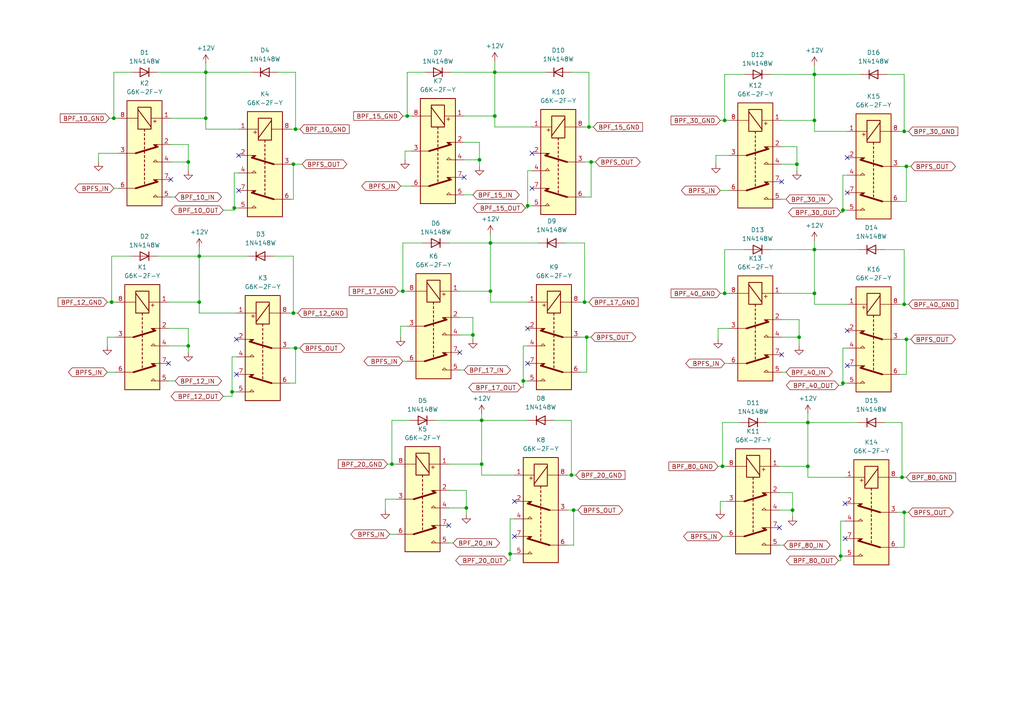
<source format=kicad_sch>
(kicad_sch (version 20230121) (generator eeschema)
  (paper "A4")
  (title_block (title "HBR/MK2 BPF Board") (date "2024-02-03") (rev "1.0"))
  (lib_symbols
    (symbol "Diode:1N4148W" (pin_numbers hide) (pin_names hide)
      (property "Reference" "D" (at 0 2.54 0))
      (property "Value" "1N4148W" (at 0 -2.54 0))
      (symbol "1N4148W_0_1"
        (polyline (pts (xy -1.27 1.27) (xy -1.27 -1.27)) (stroke (width 0.254)))
        (polyline (pts (xy 1.27 0) (xy -1.27 0)))
        (polyline (pts (xy 1.27 1.27) (xy 1.27 -1.27) (xy -1.27 0) (xy 1.27 1.27)) (stroke (width 0.254)))
      )
      (symbol "1N4148W_1_1"
        (pin passive line (at -3.81 0 0) (length 2.54) (name "K") (number "1"))
        (pin passive line (at 3.81 0 180) (length 2.54) (name "A") (number "2"))
      )
    )
    (symbol "Relay:G6K-2"
      (property "Reference" "K" (at 16.51 3.81 0))
      (property "Value" "G6K-2" (at 16.51 1.27 0))
      (symbol "G6K-2_0_0"
        (text "+" (at -9.271 2.921 0) (effects (font (size 1.27 1.27))))
      )
      (symbol "G6K-2_0_1"
        (rectangle (start -15.24 5.08) (end 15.24 -5.08) (stroke (width 0.254)) (fill (type background)))
        (rectangle (start -13.335 1.905) (end -6.985 -1.905) (stroke (width 0.254)))
        (polyline (pts (xy -12.7 -1.905) (xy -7.62 1.905)) (stroke (width 0.254)))
        (polyline (pts (xy -10.16 -5.08) (xy -10.16 -1.905)))
        (polyline (pts (xy -10.16 5.08) (xy -10.16 1.905)))
        (polyline (pts (xy -6.985 0) (xy -6.35 0)) (stroke (width 0.254)))
        (polyline (pts (xy -5.715 0) (xy -5.08 0)) (stroke (width 0.254)))
        (polyline (pts (xy -4.445 0) (xy -3.81 0)) (stroke (width 0.254)))
        (polyline (pts (xy -3.175 0) (xy -2.54 0)) (stroke (width 0.254)))
        (polyline (pts (xy -1.905 0) (xy -1.27 0)) (stroke (width 0.254)))
        (polyline (pts (xy -0.635 0) (xy 0 0)) (stroke (width 0.254)))
        (polyline (pts (xy 0 -2.54) (xy -1.905 3.81)) (stroke (width 0.508)))
        (polyline (pts (xy 0 -2.54) (xy 0 -5.08)))
        (polyline (pts (xy 0.635 0) (xy 1.27 0)) (stroke (width 0.254)))
        (polyline (pts (xy 1.905 0) (xy 2.54 0)) (stroke (width 0.254)))
        (polyline (pts (xy 3.175 0) (xy 3.81 0)) (stroke (width 0.254)))
        (polyline (pts (xy 4.445 0) (xy 5.08 0)) (stroke (width 0.254)))
        (polyline (pts (xy 5.715 0) (xy 6.35 0)) (stroke (width 0.254)))
        (polyline (pts (xy 6.985 0) (xy 7.62 0)) (stroke (width 0.254)))
        (polyline (pts (xy 8.255 0) (xy 8.89 0)) (stroke (width 0.254)))
        (polyline (pts (xy 10.16 -2.54) (xy 8.255 3.81)) (stroke (width 0.508)))
        (polyline (pts (xy 10.16 -2.54) (xy 10.16 -5.08)))
        (polyline (pts (xy -2.54 5.08) (xy -2.54 2.54) (xy -1.905 3.175) (xy -2.54 3.81)) (fill (type outline)))
        (polyline (pts (xy 2.54 5.08) (xy 2.54 2.54) (xy 1.905 3.175) (xy 2.54 3.81)))
        (polyline (pts (xy 7.62 5.08) (xy 7.62 2.54) (xy 8.255 3.175) (xy 7.62 3.81)) (fill (type outline)))
        (polyline (pts (xy 12.7 5.08) (xy 12.7 2.54) (xy 12.065 3.175) (xy 12.7 3.81)))
      )
      (symbol "G6K-2_1_1"
        (pin passive line (at -10.16 7.62 270) (length 2.54) (name "~") (number "1"))
        (pin passive line (at -2.54 7.62 270) (length 2.54) (name "~") (number "2"))
        (pin passive line (at 0 -7.62 90) (length 2.54) (name "~") (number "3"))
        (pin passive line (at 2.54 7.62 270) (length 2.54) (name "~") (number "4"))
        (pin passive line (at 12.7 7.62 270) (length 2.54) (name "~") (number "5"))
        (pin passive line (at 10.16 -7.62 90) (length 2.54) (name "~") (number "6"))
        (pin passive line (at 7.62 7.62 270) (length 2.54) (name "~") (number "7"))
        (pin passive line (at -10.16 -7.62 90) (length 2.54) (name "~") (number "8"))
      )
    )
    (symbol "power:+12V" (power) (pin_names (offset 0))
      (property "Value" "+12V" (at 0 3.556 0))
      (symbol "+12V_0_1"
        (polyline (pts (xy -0.762 1.27) (xy 0 2.54)))
        (polyline (pts (xy 0 0) (xy 0 2.54)))
        (polyline (pts (xy 0 2.54) (xy 0.762 1.27)))
      )
      (symbol "+12V_1_1"
        (pin power_in line (at 0 0 90) (length 0) hide (name "+12V") (number "1"))
      )
    )
    (symbol "power:GND" (power) (pin_names (offset 0))
      (property "Value" "GND" (at 0 -3.81 0))
      (symbol "GND_0_1"
        (polyline (pts (xy 0 0) (xy 0 -1.27) (xy 1.27 -1.27) (xy 0 -2.54) (xy -1.27 -1.27) (xy 0 -1.27)))
      )
      (symbol "GND_1_1"
        (pin power_in line (at 0 0 270) (length 0) hide (name "GND") (number "1"))
      )
    )
  )
  (junction (at 231.14 47.625))
  (junction (at 243.84 161.29))
  (junction (at 142.24 84.455))
  (junction (at 170.815 36.83))
  (junction (at 262.255 88.265))
  (junction (at 113.665 134.62))
  (junction (at 236.22 72.39))
  (junction (at 139.7 134.62))
  (junction (at 85.725 100.965))
  (junction (at 143.51 20.955))
  (junction (at 262.255 148.59))
  (junction (at 153.035 59.69))
  (junction (at 139.065 46.355))
  (junction (at 137.16 97.155))
  (junction (at 229.87 147.955))
  (junction (at 116.84 84.455))
  (junction (at 57.785 74.295))
  (junction (at 142.24 70.485))
  (junction (at 262.89 98.425))
  (junction (at 170.18 97.79))
  (junction (at 234.315 135.255))
  (junction (at 54.61 100.33))
  (junction (at 67.945 60.325))
  (junction (at 85.09 47.625))
  (junction (at 166.37 147.955))
  (junction (at 54.61 46.99))
  (junction (at 234.315 122.555))
  (junction (at 59.69 20.955))
  (junction (at 262.89 48.26))
  (junction (at 118.11 33.655))
  (junction (at 165.735 137.795))
  (junction (at 261.62 138.43))
  (junction (at 262.255 38.1))
  (junction (at 151.765 110.49))
  (junction (at 32.385 87.63))
  (junction (at 236.22 85.09))
  (junction (at 85.09 90.805))
  (junction (at 244.475 60.96))
  (junction (at 33.02 34.29))
  (junction (at 171.45 46.99))
  (junction (at 169.545 87.63))
  (junction (at 143.51 33.655))
  (junction (at 244.475 111.125))
  (junction (at 231.775 97.79))
  (junction (at 209.55 135.255))
  (junction (at 67.31 113.665))
  (junction (at 147.955 160.655))
  (junction (at 135.255 147.32))
  (junction (at 57.785 87.63))
  (junction (at 236.22 34.925))
  (junction (at 139.7 121.92))
  (junction (at 236.22 21.59))
  (junction (at 59.69 34.29))
  (junction (at 210.185 34.925))
  (junction (at 85.725 37.465))
  (junction (at 210.185 85.09))
  (no_connect (at 133.35 102.235))
  (no_connect (at 68.58 108.585))
  (no_connect (at 134.62 51.435))
  (no_connect (at 226.695 102.87))
  (no_connect (at 154.305 44.45))
  (no_connect (at 245.745 55.88))
  (no_connect (at 69.215 55.245))
  (no_connect (at 245.745 106.045))
  (no_connect (at 226.06 153.035))
  (no_connect (at 153.035 105.41))
  (no_connect (at 130.175 152.4))
  (no_connect (at 153.035 95.25))
  (no_connect (at 154.305 54.61))
  (no_connect (at 69.215 45.085))
  (no_connect (at 149.225 155.575))
  (no_connect (at 245.11 156.21))
  (no_connect (at 226.695 52.705))
  (no_connect (at 149.225 145.415))
  (no_connect (at 245.745 45.72))
  (no_connect (at 68.58 98.425))
  (no_connect (at 245.745 95.885))
  (no_connect (at 245.11 146.05))
  (no_connect (at 49.53 52.07))
  (no_connect (at 48.895 105.41))
  (wire (pts (xy 234.315 138.43) (xy 245.11 138.43)))
  (wire (pts (xy 229.87 149.86) (xy 229.87 147.955)))
  (wire (pts (xy 143.51 33.655) (xy 143.51 36.83)))
  (wire (pts (xy 263.525 148.59) (xy 262.255 148.59)))
  (wire (pts (xy 139.7 121.92) (xy 153.035 121.92)))
  (wire (pts (xy 169.545 87.63) (xy 168.275 87.63)))
  (wire (pts (xy 229.87 142.875) (xy 226.06 142.875)))
  (wire (pts (xy 134.62 56.515) (xy 137.16 56.515)))
  (wire (pts (xy 28.575 46.99) (xy 28.575 44.45)))
  (wire (pts (xy 261.62 138.43) (xy 260.35 138.43)))
  (wire (pts (xy 226.06 147.955) (xy 229.87 147.955)))
  (wire (pts (xy 54.61 49.53) (xy 54.61 46.99)))
  (wire (pts (xy 264.16 48.26) (xy 262.89 48.26)))
  (wire (pts (xy 164.465 158.115) (xy 166.37 158.115)))
  (wire (pts (xy 57.785 74.295) (xy 57.785 87.63)))
  (wire (pts (xy 147.955 160.655) (xy 147.955 162.56)))
  (wire (pts (xy 231.775 100.33) (xy 231.775 97.79)))
  (wire (pts (xy 118.11 20.955) (xy 118.11 33.655)))
  (wire (pts (xy 262.89 108.585) (xy 262.89 98.425)))
  (wire (pts (xy 116.84 70.485) (xy 116.84 84.455)))
  (wire (pts (xy 226.695 107.95) (xy 227.965 107.95)))
  (wire (pts (xy 86.995 37.465) (xy 85.725 37.465)))
  (wire (pts (xy 245.745 111.125) (xy 244.475 111.125)))
  (wire (pts (xy 135.255 149.225) (xy 135.255 147.32)))
  (wire (pts (xy 57.785 90.805) (xy 68.58 90.805)))
  (wire (pts (xy 226.06 135.255) (xy 234.315 135.255)))
  (wire (pts (xy 33.02 34.29) (xy 34.29 34.29)))
  (wire (pts (xy 85.725 20.955) (xy 85.725 37.465)))
  (wire (pts (xy 215.9 21.59) (xy 210.185 21.59)))
  (wire (pts (xy 48.895 87.63) (xy 57.785 87.63)))
  (wire (pts (xy 245.11 161.29) (xy 243.84 161.29)))
  (wire (pts (xy 264.16 98.425) (xy 262.89 98.425)))
  (wire (pts (xy 147.32 162.56) (xy 147.955 162.56)))
  (wire (pts (xy 231.775 92.71) (xy 226.695 92.71)))
  (wire (pts (xy 139.065 46.355) (xy 139.065 48.26)))
  (wire (pts (xy 151.765 100.33) (xy 153.035 100.33)))
  (wire (pts (xy 87.63 47.625) (xy 85.09 47.625)))
  (wire (pts (xy 28.575 44.45) (xy 34.29 44.45)))
  (wire (pts (xy 49.53 57.15) (xy 50.8 57.15)))
  (wire (pts (xy 113.665 134.62) (xy 114.935 134.62)))
  (wire (pts (xy 83.82 111.125) (xy 85.725 111.125)))
  (wire (pts (xy 262.89 138.43) (xy 261.62 138.43)))
  (wire (pts (xy 69.215 60.325) (xy 67.945 60.325)))
  (wire (pts (xy 114.935 154.94) (xy 113.03 154.94)))
  (wire (pts (xy 85.09 47.625) (xy 84.455 47.625)))
  (wire (pts (xy 143.51 17.78) (xy 143.51 20.955)))
  (wire (pts (xy 137.16 97.155) (xy 137.16 92.075)))
  (wire (pts (xy 211.455 95.25) (xy 208.28 95.25)))
  (wire (pts (xy 245.745 50.8) (xy 244.475 50.8)))
  (wire (pts (xy 210.82 155.575) (xy 209.55 155.575)))
  (wire (pts (xy 166.37 158.115) (xy 166.37 147.955)))
  (wire (pts (xy 139.7 137.795) (xy 149.225 137.795)))
  (wire (pts (xy 170.815 87.63) (xy 169.545 87.63)))
  (wire (pts (xy 134.62 41.275) (xy 139.065 41.275)))
  (wire (pts (xy 170.18 97.79) (xy 170.18 107.95)))
  (wire (pts (xy 262.255 158.75) (xy 262.255 148.59)))
  (wire (pts (xy 262.255 88.265) (xy 260.985 88.265)))
  (wire (pts (xy 257.175 21.59) (xy 262.255 21.59)))
  (wire (pts (xy 171.45 97.79) (xy 170.18 97.79)))
  (wire (pts (xy 67.945 60.325) (xy 67.945 50.165)))
  (wire (pts (xy 163.83 70.485) (xy 169.545 70.485)))
  (wire (pts (xy 112.395 134.62) (xy 113.665 134.62)))
  (wire (pts (xy 133.35 107.315) (xy 134.62 107.315)))
  (wire (pts (xy 223.52 72.39) (xy 236.22 72.39)))
  (wire (pts (xy 234.315 138.43) (xy 234.315 135.255)))
  (wire (pts (xy 113.665 121.92) (xy 113.665 134.62)))
  (wire (pts (xy 139.065 41.275) (xy 139.065 46.355)))
  (wire (pts (xy 117.475 43.815) (xy 119.38 43.815)))
  (wire (pts (xy 142.24 67.945) (xy 142.24 70.485)))
  (wire (pts (xy 137.16 92.075) (xy 133.35 92.075)))
  (wire (pts (xy 171.45 46.99) (xy 171.45 57.15)))
  (wire (pts (xy 261.62 122.555) (xy 261.62 138.43)))
  (wire (pts (xy 208.915 55.245) (xy 211.455 55.245)))
  (wire (pts (xy 262.89 98.425) (xy 260.985 98.425)))
  (wire (pts (xy 122.555 70.485) (xy 116.84 70.485)))
  (wire (pts (xy 59.69 20.955) (xy 59.69 34.29)))
  (wire (pts (xy 226.695 57.785) (xy 227.965 57.785)))
  (wire (pts (xy 135.255 147.32) (xy 135.255 142.24)))
  (wire (pts (xy 207.645 45.085) (xy 211.455 45.085)))
  (wire (pts (xy 79.375 74.295) (xy 85.09 74.295)))
  (wire (pts (xy 133.35 84.455) (xy 142.24 84.455)))
  (wire (pts (xy 45.72 74.295) (xy 57.785 74.295)))
  (wire (pts (xy 260.985 58.42) (xy 262.89 58.42)))
  (wire (pts (xy 118.745 121.92) (xy 113.665 121.92)))
  (wire (pts (xy 214.63 122.555) (xy 209.55 122.555)))
  (wire (pts (xy 209.55 122.555) (xy 209.55 135.255)))
  (wire (pts (xy 208.915 34.925) (xy 210.185 34.925)))
  (wire (pts (xy 249.555 21.59) (xy 236.22 21.59)))
  (wire (pts (xy 85.09 47.625) (xy 85.09 57.785)))
  (wire (pts (xy 135.255 142.24) (xy 130.175 142.24)))
  (wire (pts (xy 231.14 42.545) (xy 226.695 42.545)))
  (wire (pts (xy 244.475 60.96) (xy 244.475 50.8)))
  (wire (pts (xy 45.72 20.955) (xy 59.69 20.955)))
  (wire (pts (xy 209.55 135.255) (xy 210.82 135.255)))
  (wire (pts (xy 222.25 122.555) (xy 234.315 122.555)))
  (wire (pts (xy 142.24 70.485) (xy 156.21 70.485)))
  (wire (pts (xy 38.1 74.295) (xy 32.385 74.295)))
  (wire (pts (xy 170.815 20.955) (xy 170.815 36.83)))
  (wire (pts (xy 130.175 70.485) (xy 142.24 70.485)))
  (wire (pts (xy 80.645 20.955) (xy 85.725 20.955)))
  (wire (pts (xy 130.175 134.62) (xy 139.7 134.62)))
  (wire (pts (xy 117.475 46.355) (xy 117.475 43.815)))
  (wire (pts (xy 245.745 60.96) (xy 244.475 60.96)))
  (wire (pts (xy 154.305 59.69) (xy 153.035 59.69)))
  (wire (pts (xy 210.185 34.925) (xy 211.455 34.925)))
  (wire (pts (xy 243.205 111.76) (xy 244.475 111.76)))
  (wire (pts (xy 64.77 114.935) (xy 67.31 114.935)))
  (wire (pts (xy 49.53 34.29) (xy 59.69 34.29)))
  (wire (pts (xy 170.18 97.79) (xy 168.275 97.79)))
  (wire (pts (xy 236.22 38.1) (xy 245.745 38.1)))
  (wire (pts (xy 154.305 36.83) (xy 143.51 36.83)))
  (wire (pts (xy 142.24 70.485) (xy 142.24 84.455)))
  (wire (pts (xy 231.14 47.625) (xy 231.14 49.53)))
  (wire (pts (xy 208.28 135.255) (xy 209.55 135.255)))
  (wire (pts (xy 130.175 157.48) (xy 131.445 157.48)))
  (wire (pts (xy 143.51 20.955) (xy 158.115 20.955)))
  (wire (pts (xy 142.24 87.63) (xy 153.035 87.63)))
  (wire (pts (xy 142.24 87.63) (xy 142.24 84.455)))
  (wire (pts (xy 116.205 97.79) (xy 116.205 94.615)))
  (wire (pts (xy 48.895 95.25) (xy 54.61 95.25)))
  (wire (pts (xy 111.76 144.78) (xy 114.935 144.78)))
  (wire (pts (xy 134.62 46.355) (xy 139.065 46.355)))
  (wire (pts (xy 226.695 97.79) (xy 231.775 97.79)))
  (wire (pts (xy 223.52 21.59) (xy 236.22 21.59)))
  (wire (pts (xy 152.4 60.325) (xy 153.035 60.325)))
  (wire (pts (xy 86.995 100.965) (xy 85.725 100.965)))
  (wire (pts (xy 130.81 20.955) (xy 143.51 20.955)))
  (wire (pts (xy 31.115 97.79) (xy 33.655 97.79)))
  (wire (pts (xy 151.13 112.395) (xy 151.765 112.395)))
  (wire (pts (xy 231.775 97.79) (xy 231.775 92.71)))
  (wire (pts (xy 226.695 34.925) (xy 236.22 34.925)))
  (wire (pts (xy 57.785 74.295) (xy 71.755 74.295)))
  (wire (pts (xy 34.29 54.61) (xy 33.02 54.61)))
  (wire (pts (xy 143.51 20.955) (xy 143.51 33.655)))
  (wire (pts (xy 111.76 147.955) (xy 111.76 144.78)))
  (wire (pts (xy 234.315 122.555) (xy 248.92 122.555)))
  (wire (pts (xy 85.09 90.805) (xy 83.82 90.805)))
  (wire (pts (xy 262.255 148.59) (xy 260.35 148.59)))
  (wire (pts (xy 151.765 100.33) (xy 151.765 110.49)))
  (wire (pts (xy 49.53 46.99) (xy 54.61 46.99)))
  (wire (pts (xy 211.455 105.41) (xy 210.185 105.41)))
  (wire (pts (xy 59.69 34.29) (xy 59.69 37.465)))
  (wire (pts (xy 85.725 100.965) (xy 83.82 100.965)))
  (wire (pts (xy 236.22 72.39) (xy 248.92 72.39)))
  (wire (pts (xy 226.695 85.09) (xy 236.22 85.09)))
  (wire (pts (xy 32.385 74.295) (xy 32.385 87.63)))
  (wire (pts (xy 236.22 88.265) (xy 245.745 88.265)))
  (wire (pts (xy 236.22 72.39) (xy 236.22 85.09)))
  (wire (pts (xy 139.7 137.795) (xy 139.7 134.62)))
  (wire (pts (xy 172.085 36.83) (xy 170.815 36.83)))
  (wire (pts (xy 48.895 100.33) (xy 54.61 100.33)))
  (wire (pts (xy 68.58 113.665) (xy 67.31 113.665)))
  (wire (pts (xy 171.45 46.99) (xy 169.545 46.99)))
  (wire (pts (xy 67.31 113.665) (xy 67.31 114.935)))
  (wire (pts (xy 169.545 57.15) (xy 171.45 57.15)))
  (wire (pts (xy 153.035 59.69) (xy 153.035 60.325)))
  (wire (pts (xy 86.36 90.805) (xy 85.09 90.805)))
  (wire (pts (xy 210.185 21.59) (xy 210.185 34.925)))
  (wire (pts (xy 236.22 21.59) (xy 236.22 34.925)))
  (wire (pts (xy 166.37 147.955) (xy 164.465 147.955)))
  (wire (pts (xy 118.11 33.655) (xy 119.38 33.655)))
  (wire (pts (xy 208.915 145.415) (xy 208.915 147.955)))
  (wire (pts (xy 167.005 137.795) (xy 165.735 137.795)))
  (wire (pts (xy 33.02 20.955) (xy 33.02 34.29)))
  (wire (pts (xy 31.115 100.33) (xy 31.115 97.79)))
  (wire (pts (xy 244.475 111.76) (xy 244.475 111.125)))
  (wire (pts (xy 256.54 122.555) (xy 261.62 122.555)))
  (wire (pts (xy 59.69 20.955) (xy 73.025 20.955)))
  (wire (pts (xy 38.1 20.955) (xy 33.02 20.955)))
  (wire (pts (xy 67.31 103.505) (xy 67.31 113.665)))
  (wire (pts (xy 172.72 46.99) (xy 171.45 46.99)))
  (wire (pts (xy 57.785 71.755) (xy 57.785 74.295)))
  (wire (pts (xy 236.22 69.85) (xy 236.22 72.39)))
  (wire (pts (xy 165.735 20.955) (xy 170.815 20.955)))
  (wire (pts (xy 85.725 37.465) (xy 84.455 37.465)))
  (wire (pts (xy 169.545 70.485) (xy 169.545 87.63)))
  (wire (pts (xy 243.84 161.29) (xy 243.84 151.13)))
  (wire (pts (xy 153.035 49.53) (xy 153.035 59.69)))
  (wire (pts (xy 243.205 162.56) (xy 243.84 162.56)))
  (wire (pts (xy 115.57 84.455) (xy 116.84 84.455)))
  (wire (pts (xy 85.725 111.125) (xy 85.725 100.965)))
  (wire (pts (xy 126.365 121.92) (xy 139.7 121.92)))
  (wire (pts (xy 231.14 47.625) (xy 231.14 42.545)))
  (wire (pts (xy 123.19 20.955) (xy 118.11 20.955)))
  (wire (pts (xy 226.695 47.625) (xy 231.14 47.625)))
  (wire (pts (xy 137.16 97.155) (xy 137.16 98.425)))
  (wire (pts (xy 208.28 95.25) (xy 208.28 98.425)))
  (wire (pts (xy 170.815 36.83) (xy 169.545 36.83)))
  (wire (pts (xy 84.455 57.785) (xy 85.09 57.785)))
  (wire (pts (xy 263.525 88.265) (xy 262.255 88.265)))
  (wire (pts (xy 243.84 61.595) (xy 244.475 61.595)))
  (wire (pts (xy 153.035 49.53) (xy 154.305 49.53)))
  (wire (pts (xy 118.11 104.775) (xy 116.84 104.775)))
  (wire (pts (xy 31.115 107.95) (xy 33.655 107.95)))
  (wire (pts (xy 54.61 95.25) (xy 54.61 100.33)))
  (wire (pts (xy 54.61 100.33) (xy 54.61 102.235)))
  (wire (pts (xy 139.7 120.015) (xy 139.7 121.92)))
  (wire (pts (xy 244.475 61.595) (xy 244.475 60.96)))
  (wire (pts (xy 210.82 145.415) (xy 208.915 145.415)))
  (wire (pts (xy 244.475 111.125) (xy 244.475 100.965)))
  (wire (pts (xy 226.06 158.115) (xy 227.33 158.115)))
  (wire (pts (xy 160.655 121.92) (xy 165.735 121.92)))
  (wire (pts (xy 207.645 47.625) (xy 207.645 45.085)))
  (wire (pts (xy 208.915 85.09) (xy 210.185 85.09)))
  (wire (pts (xy 165.735 137.795) (xy 164.465 137.795)))
  (wire (pts (xy 54.61 41.91) (xy 49.53 41.91)))
  (wire (pts (xy 236.22 19.05) (xy 236.22 21.59)))
  (wire (pts (xy 134.62 33.655) (xy 143.51 33.655)))
  (wire (pts (xy 32.385 87.63) (xy 33.655 87.63)))
  (wire (pts (xy 168.275 107.95) (xy 170.18 107.95)))
  (wire (pts (xy 48.895 110.49) (xy 50.8 110.49)))
  (wire (pts (xy 262.255 21.59) (xy 262.255 38.1)))
  (wire (pts (xy 151.765 110.49) (xy 151.765 112.395)))
  (wire (pts (xy 260.35 158.75) (xy 262.255 158.75)))
  (wire (pts (xy 263.525 38.1) (xy 262.255 38.1)))
  (wire (pts (xy 262.255 38.1) (xy 260.985 38.1)))
  (wire (pts (xy 262.255 72.39) (xy 256.54 72.39)))
  (wire (pts (xy 31.115 87.63) (xy 32.385 87.63)))
  (wire (pts (xy 153.035 110.49) (xy 151.765 110.49)))
  (wire (pts (xy 167.64 147.955) (xy 166.37 147.955)))
  (wire (pts (xy 68.58 103.505) (xy 67.31 103.505)))
  (wire (pts (xy 229.87 147.955) (xy 229.87 142.875)))
  (wire (pts (xy 210.185 85.09) (xy 211.455 85.09)))
  (wire (pts (xy 67.945 50.165) (xy 69.215 50.165)))
  (wire (pts (xy 243.84 161.29) (xy 243.84 162.56)))
  (wire (pts (xy 130.175 147.32) (xy 135.255 147.32)))
  (wire (pts (xy 262.255 88.265) (xy 262.255 72.39)))
  (wire (pts (xy 31.75 34.29) (xy 33.02 34.29)))
  (wire (pts (xy 133.35 97.155) (xy 137.16 97.155)))
  (wire (pts (xy 262.89 58.42) (xy 262.89 48.26)))
  (wire (pts (xy 234.315 120.015) (xy 234.315 122.555)))
  (wire (pts (xy 116.205 94.615) (xy 118.11 94.615)))
  (wire (pts (xy 262.89 48.26) (xy 260.985 48.26)))
  (wire (pts (xy 245.745 100.965) (xy 244.475 100.965)))
  (wire (pts (xy 236.22 38.1) (xy 236.22 34.925)))
  (wire (pts (xy 59.69 37.465) (xy 69.215 37.465)))
  (wire (pts (xy 210.185 85.09) (xy 210.185 72.39)))
  (wire (pts (xy 149.225 150.495) (xy 147.955 150.495)))
  (wire (pts (xy 234.315 122.555) (xy 234.315 135.255)))
  (wire (pts (xy 64.77 60.96) (xy 67.945 60.96)))
  (wire (pts (xy 165.735 121.92) (xy 165.735 137.795)))
  (wire (pts (xy 57.785 87.63) (xy 57.785 90.805)))
  (wire (pts (xy 59.69 18.415) (xy 59.69 20.955)))
  (wire (pts (xy 116.84 84.455) (xy 118.11 84.455)))
  (wire (pts (xy 116.84 33.655) (xy 118.11 33.655)))
  (wire (pts (xy 139.7 121.92) (xy 139.7 134.62)))
  (wire (pts (xy 245.11 151.13) (xy 243.84 151.13)))
  (wire (pts (xy 236.22 88.265) (xy 236.22 85.09)))
  (wire (pts (xy 67.945 60.96) (xy 67.945 60.325)))
  (wire (pts (xy 85.09 74.295) (xy 85.09 90.805)))
  (wire (pts (xy 210.185 72.39) (xy 215.9 72.39)))
  (wire (pts (xy 260.985 108.585) (xy 262.89 108.585)))
  (wire (pts (xy 54.61 46.99) (xy 54.61 41.91)))
  (wire (pts (xy 149.225 160.655) (xy 147.955 160.655)))
  (wire (pts (xy 147.955 160.655) (xy 147.955 150.495)))
  (wire (pts (xy 116.205 53.975) (xy 119.38 53.975)))
  (global_label "BPF_40_OUT" (shape bidirectional) (at 243.205 111.76 180) (property "Intersheetrefs" "${INTERSHEET_REFS}" (effects hide)))
  (global_label "BPF_30_OUT" (shape bidirectional) (at 243.84 61.595 180) (property "Intersheetrefs" "${INTERSHEET_REFS}" (effects hide)))
  (global_label "BPFS_IN" (shape bidirectional) (at 31.115 107.95 180) (property "Intersheetrefs" "${INTERSHEET_REFS}" (effects hide)))
  (global_label "BPFS_IN" (shape bidirectional) (at 209.55 155.575 180) (property "Intersheetrefs" "${INTERSHEET_REFS}" (effects hide)))
  (global_label "BPF_17_GND" (shape input) (at 170.815 87.63 0) (property "Intersheetrefs" "${INTERSHEET_REFS}" (effects hide)))
  (global_label "BPFS_OUT" (shape bidirectional) (at 263.525 148.59 0) (property "Intersheetrefs" "${INTERSHEET_REFS}" (effects hide)))
  (global_label "BPF_15_GND" (shape input) (at 116.84 33.655 180) (property "Intersheetrefs" "${INTERSHEET_REFS}" (effects hide)))
  (global_label "BPF_80_GND" (shape input) (at 262.89 138.43 0) (property "Intersheetrefs" "${INTERSHEET_REFS}" (effects hide)))
  (global_label "BPF_80_GND" (shape input) (at 208.28 135.255 180) (property "Intersheetrefs" "${INTERSHEET_REFS}" (effects hide)))
  (global_label "BPFS_OUT" (shape bidirectional) (at 264.16 48.26 0) (property "Intersheetrefs" "${INTERSHEET_REFS}" (effects hide)))
  (global_label "BPF_12_GND" (shape input) (at 86.36 90.805 0) (property "Intersheetrefs" "${INTERSHEET_REFS}" (effects hide)))
  (global_label "BPF_30_GND" (shape input) (at 208.915 34.925 180) (property "Intersheetrefs" "${INTERSHEET_REFS}" (effects hide)))
  (global_label "BPF_40_GND" (shape input) (at 208.915 85.09 180) (property "Intersheetrefs" "${INTERSHEET_REFS}" (effects hide)))
  (global_label "BPF_17_GND" (shape input) (at 115.57 84.455 180) (property "Intersheetrefs" "${INTERSHEET_REFS}" (effects hide)))
  (global_label "BPF_20_IN" (shape bidirectional) (at 131.445 157.48 0) (property "Intersheetrefs" "${INTERSHEET_REFS}" (effects hide)))
  (global_label "BPF_15_GND" (shape input) (at 172.085 36.83 0) (property "Intersheetrefs" "${INTERSHEET_REFS}" (effects hide)))
  (global_label "BPFS_OUT" (shape bidirectional) (at 264.16 98.425 0) (property "Intersheetrefs" "${INTERSHEET_REFS}" (effects hide)))
  (global_label "BPF_12_GND" (shape input) (at 31.115 87.63 180) (property "Intersheetrefs" "${INTERSHEET_REFS}" (effects hide)))
  (global_label "BPF_15_IN" (shape bidirectional) (at 137.16 56.515 0) (property "Intersheetrefs" "${INTERSHEET_REFS}" (effects hide)))
  (global_label "BPF_20_OUT" (shape bidirectional) (at 147.32 162.56 180) (property "Intersheetrefs" "${INTERSHEET_REFS}" (effects hide)))
  (global_label "BPFS_IN" (shape bidirectional) (at 33.02 54.61 180) (property "Intersheetrefs" "${INTERSHEET_REFS}" (effects hide)))
  (global_label "BPF_10_IN" (shape bidirectional) (at 50.8 57.15 0) (property "Intersheetrefs" "${INTERSHEET_REFS}" (effects hide)))
  (global_label "BPF_12_IN" (shape bidirectional) (at 50.8 110.49 0) (property "Intersheetrefs" "${INTERSHEET_REFS}" (effects hide)))
  (global_label "BPF_80_IN" (shape bidirectional) (at 227.33 158.115 0) (property "Intersheetrefs" "${INTERSHEET_REFS}" (effects hide)))
  (global_label "BPFS_IN" (shape bidirectional) (at 116.84 104.775 180) (property "Intersheetrefs" "${INTERSHEET_REFS}" (effects hide)))
  (global_label "BPF_10_OUT" (shape bidirectional) (at 64.77 60.96 180) (property "Intersheetrefs" "${INTERSHEET_REFS}" (effects hide)))
  (global_label "BPF_20_GND" (shape input) (at 112.395 134.62 180) (property "Intersheetrefs" "${INTERSHEET_REFS}" (effects hide)))
  (global_label "BPF_30_IN" (shape bidirectional) (at 227.965 57.785 0) (property "Intersheetrefs" "${INTERSHEET_REFS}" (effects hide)))
  (global_label "BPF_20_GND" (shape input) (at 167.005 137.795 0) (property "Intersheetrefs" "${INTERSHEET_REFS}" (effects hide)))
  (global_label "BPFS_IN" (shape bidirectional) (at 208.915 55.245 180) (property "Intersheetrefs" "${INTERSHEET_REFS}" (effects hide)))
  (global_label "BPFS_OUT" (shape bidirectional) (at 167.64 147.955 0) (property "Intersheetrefs" "${INTERSHEET_REFS}" (effects hide)))
  (global_label "BPF_12_OUT" (shape bidirectional) (at 64.77 114.935 180) (property "Intersheetrefs" "${INTERSHEET_REFS}" (effects hide)))
  (global_label "BPF_80_OUT" (shape bidirectional) (at 243.205 162.56 180) (property "Intersheetrefs" "${INTERSHEET_REFS}" (effects hide)))
  (global_label "BPF_17_OUT" (shape bidirectional) (at 151.13 112.395 180) (property "Intersheetrefs" "${INTERSHEET_REFS}" (effects hide)))
  (global_label "BPFS_OUT" (shape bidirectional) (at 171.45 97.79 0) (property "Intersheetrefs" "${INTERSHEET_REFS}" (effects hide)))
  (global_label "BPF_40_GND" (shape input) (at 263.525 88.265 0) (property "Intersheetrefs" "${INTERSHEET_REFS}" (effects hide)))
  (global_label "BPFS_OUT" (shape bidirectional) (at 172.72 46.99 0) (property "Intersheetrefs" "${INTERSHEET_REFS}" (effects hide)))
  (global_label "BPFS_OUT" (shape bidirectional) (at 86.995 100.965 0) (property "Intersheetrefs" "${INTERSHEET_REFS}" (effects hide)))
  (global_label "BPF_10_GND" (shape input) (at 86.995 37.465 0) (property "Intersheetrefs" "${INTERSHEET_REFS}" (effects hide)))
  (global_label "BPFS_IN" (shape bidirectional) (at 113.03 154.94 180) (property "Intersheetrefs" "${INTERSHEET_REFS}" (effects hide)))
  (global_label "BPF_30_GND" (shape input) (at 263.525 38.1 0) (property "Intersheetrefs" "${INTERSHEET_REFS}" (effects hide)))
  (global_label "BPFS_IN" (shape bidirectional) (at 210.185 105.41 180) (property "Intersheetrefs" "${INTERSHEET_REFS}" (effects hide)))
  (global_label "BPFS_OUT" (shape bidirectional) (at 87.63 47.625 0) (property "Intersheetrefs" "${INTERSHEET_REFS}" (effects hide)))
  (global_label "BPF_40_IN" (shape bidirectional) (at 227.965 107.95 0) (property "Intersheetrefs" "${INTERSHEET_REFS}" (effects hide)))
  (global_label "BPF_17_IN" (shape bidirectional) (at 134.62 107.315 0) (property "Intersheetrefs" "${INTERSHEET_REFS}" (effects hide)))
  (global_label "BPF_10_GND" (shape input) (at 31.75 34.29 180) (property "Intersheetrefs" "${INTERSHEET_REFS}" (effects hide)))
  (global_label "BPF_15_OUT" (shape bidirectional) (at 152.4 60.325 180) (property "Intersheetrefs" "${INTERSHEET_REFS}" (effects hide)))
  (global_label "BPFS_IN" (shape bidirectional) (at 116.205 53.975 180) (property "Intersheetrefs" "${INTERSHEET_REFS}" (effects hide)))
  (symbol (lib_id "power:+12V") (at 143.51 17.78 0) (mirror y) (unit 1)
    (property "Reference" "#PWR034" (effects hide))
    (property "Value" "+12V" (at 143.51 13.335 0))
  )
  (symbol (lib_id "power:GND") (at 135.255 149.225 0) (unit 1)
    (property "Reference" "#PWR053" (effects hide))
    (property "Value" "GND" (effects hide))
  )
  (symbol (lib_id "Diode:1N4148W") (at 219.71 21.59 180) (unit 1)
    (property "Reference" "D12" (at 219.71 15.875 0))
    (property "Value" "1N4148W" (at 219.71 18.415 0))
    (property "Footprint" "Diode_SMD:D_SOD-123" (effects hide))
    (property "Datasheet" "https://www.vishay.com/docs/85748/1n4148w.pdf" (effects hide))
    (property "Sim.Device" "D" (effects hide))
    (property "Sim.Pins" "1=K 2=A" (effects hide))
  )
  (symbol (lib_id "Diode:1N4148W") (at 161.925 20.955 0) (unit 1)
    (property "Reference" "D10" (at 161.925 14.605 0))
    (property "Value" "1N4148W" (at 161.925 17.145 0))
    (property "Footprint" "Diode_SMD:D_SOD-123" (effects hide))
    (property "Datasheet" "https://www.vishay.com/docs/85748/1n4148w.pdf" (effects hide))
    (property "Sim.Device" "D" (effects hide))
    (property "Sim.Pins" "1=K 2=A" (effects hide))
  )
  (symbol (lib_id "power:GND") (at 139.065 48.26 0) (unit 1)
    (property "Reference" "#PWR049" (effects hide))
    (property "Value" "GND" (effects hide))
  )
  (symbol (lib_id "Relay:G6K-2") (at 161.925 46.99 90) (mirror x) (unit 1)
    (property "Reference" "K10" (at 161.925 26.67 90))
    (property "Value" "G6K-2F-Y" (at 161.925 29.21 90))
    (property "Footprint" "Relay_SMD:Relay_DPDT_Omron_G6K-2F-Y" (effects hide))
    (property "Datasheet" "http://omronfs.omron.com/en_US/ecb/products/pdf/en-g6k.pdf" (effects hide))
  )
  (symbol (lib_id "Relay:G6K-2") (at 253.365 48.26 90) (mirror x) (unit 1)
    (property "Reference" "K15" (at 253.365 27.94 90))
    (property "Value" "G6K-2F-Y" (at 253.365 30.48 90))
    (property "Footprint" "Relay_SMD:Relay_DPDT_Omron_G6K-2F-Y" (effects hide))
    (property "Datasheet" "http://omronfs.omron.com/en_US/ecb/products/pdf/en-g6k.pdf" (effects hide))
  )
  (symbol (lib_id "Diode:1N4148W") (at 156.845 121.92 0) (unit 1)
    (property "Reference" "D8" (at 156.845 115.57 0))
    (property "Value" "1N4148W" (at 156.845 118.11 0))
    (property "Footprint" "Diode_SMD:D_SOD-123" (effects hide))
    (property "Datasheet" "https://www.vishay.com/docs/85748/1n4148w.pdf" (effects hide))
    (property "Sim.Device" "D" (effects hide))
    (property "Sim.Pins" "1=K 2=A" (effects hide))
  )
  (symbol (lib_id "Diode:1N4148W") (at 75.565 74.295 0) (unit 1)
    (property "Reference" "D3" (at 75.565 67.945 0))
    (property "Value" "1N4148W" (at 75.565 70.485 0))
    (property "Footprint" "Diode_SMD:D_SOD-123" (effects hide))
    (property "Datasheet" "https://www.vishay.com/docs/85748/1n4148w.pdf" (effects hide))
    (property "Sim.Device" "D" (effects hide))
    (property "Sim.Pins" "1=K 2=A" (effects hide))
  )
  (symbol (lib_id "Relay:G6K-2") (at 219.075 45.085 270) (unit 1)
    (property "Reference" "K12" (at 219.075 24.765 90))
    (property "Value" "G6K-2F-Y" (at 219.075 27.305 90))
    (property "Footprint" "Relay_SMD:Relay_DPDT_Omron_G6K-2F-Y" (effects hide))
    (property "Datasheet" "http://omronfs.omron.com/en_US/ecb/products/pdf/en-g6k.pdf" (effects hide))
  )
  (symbol (lib_id "power:GND") (at 54.61 49.53 0) (unit 1)
    (property "Reference" "#PWR061" (effects hide))
    (property "Value" "GND" (effects hide))
  )
  (symbol (lib_id "power:GND") (at 208.28 98.425 0) (unit 1)
    (property "Reference" "#PWR056" (effects hide))
    (property "Value" "GND" (effects hide))
  )
  (symbol (lib_id "Diode:1N4148W") (at 127 20.955 180) (unit 1)
    (property "Reference" "D7" (at 127 15.24 0))
    (property "Value" "1N4148W" (at 127 17.78 0))
    (property "Footprint" "Diode_SMD:D_SOD-123" (effects hide))
    (property "Datasheet" "https://www.vishay.com/docs/85748/1n4148w.pdf" (effects hide))
    (property "Sim.Device" "D" (effects hide))
    (property "Sim.Pins" "1=K 2=A" (effects hide))
  )
  (symbol (lib_id "Diode:1N4148W") (at 76.835 20.955 0) (unit 1)
    (property "Reference" "D4" (at 76.835 14.605 0))
    (property "Value" "1N4148W" (at 76.835 17.145 0))
    (property "Footprint" "Diode_SMD:D_SOD-123" (effects hide))
    (property "Datasheet" "https://www.vishay.com/docs/85748/1n4148w.pdf" (effects hide))
    (property "Sim.Device" "D" (effects hide))
    (property "Sim.Pins" "1=K 2=A" (effects hide))
  )
  (symbol (lib_id "Diode:1N4148W") (at 253.365 21.59 0) (unit 1)
    (property "Reference" "D16" (at 253.365 15.24 0))
    (property "Value" "1N4148W" (at 253.365 17.78 0))
    (property "Footprint" "Diode_SMD:D_SOD-123" (effects hide))
    (property "Datasheet" "https://www.vishay.com/docs/85748/1n4148w.pdf" (effects hide))
    (property "Sim.Device" "D" (effects hide))
    (property "Sim.Pins" "1=K 2=A" (effects hide))
  )
  (symbol (lib_id "Diode:1N4148W") (at 219.71 72.39 180) (unit 1)
    (property "Reference" "D13" (at 219.71 66.675 0))
    (property "Value" "1N4148W" (at 219.71 69.215 0))
    (property "Footprint" "Diode_SMD:D_SOD-123" (effects hide))
    (property "Datasheet" "https://www.vishay.com/docs/85748/1n4148w.pdf" (effects hide))
    (property "Sim.Device" "D" (effects hide))
    (property "Sim.Pins" "1=K 2=A" (effects hide))
  )
  (symbol (lib_id "power:GND") (at 137.16 98.425 0) (unit 1)
    (property "Reference" "#PWR051" (effects hide))
    (property "Value" "GND" (effects hide))
  )
  (symbol (lib_id "Diode:1N4148W") (at 252.73 122.555 0) (unit 1)
    (property "Reference" "D15" (at 252.73 116.205 0))
    (property "Value" "1N4148W" (at 252.73 118.745 0))
    (property "Footprint" "Diode_SMD:D_SOD-123" (effects hide))
    (property "Datasheet" "https://www.vishay.com/docs/85748/1n4148w.pdf" (effects hide))
    (property "Sim.Device" "D" (effects hide))
    (property "Sim.Pins" "1=K 2=A" (effects hide))
  )
  (symbol (lib_id "power:GND") (at 208.915 147.955 0) (unit 1)
    (property "Reference" "#PWR058" (effects hide))
    (property "Value" "GND" (effects hide))
  )
  (symbol (lib_id "power:+12V") (at 236.22 69.85 0) (unit 1)
    (property "Reference" "#PWR037" (effects hide))
    (property "Value" "+12V" (at 236.22 65.405 0))
  )
  (symbol (lib_id "power:+12V") (at 139.7 120.015 0) (unit 1)
    (property "Reference" "#PWR032" (effects hide))
    (property "Value" "+12V" (at 139.7 115.57 0))
  )
  (symbol (lib_id "Diode:1N4148W") (at 160.02 70.485 0) (unit 1)
    (property "Reference" "D9" (at 160.02 64.135 0))
    (property "Value" "1N4148W" (at 160.02 66.675 0))
    (property "Footprint" "Diode_SMD:D_SOD-123" (effects hide))
    (property "Datasheet" "https://www.vishay.com/docs/85748/1n4148w.pdf" (effects hide))
    (property "Sim.Device" "D" (effects hide))
    (property "Sim.Pins" "1=K 2=A" (effects hide))
  )
  (symbol (lib_id "power:GND") (at 31.115 100.33 0) (unit 1)
    (property "Reference" "#PWR047" (effects hide))
    (property "Value" "GND" (effects hide))
  )
  (symbol (lib_id "Relay:G6K-2") (at 122.555 144.78 270) (unit 1)
    (property "Reference" "K5" (at 122.555 124.46 90))
    (property "Value" "G6K-2F-Y" (at 122.555 127 90))
    (property "Footprint" "Relay_SMD:Relay_DPDT_Omron_G6K-2F-Y" (effects hide))
    (property "Datasheet" "http://omronfs.omron.com/en_US/ecb/products/pdf/en-g6k.pdf" (effects hide))
  )
  (symbol (lib_id "Diode:1N4148W") (at 252.73 72.39 0) (unit 1)
    (property "Reference" "D14" (at 252.73 66.04 0))
    (property "Value" "1N4148W" (at 252.73 68.58 0))
    (property "Footprint" "Diode_SMD:D_SOD-123" (effects hide))
    (property "Datasheet" "https://www.vishay.com/docs/85748/1n4148w.pdf" (effects hide))
    (property "Sim.Device" "D" (effects hide))
    (property "Sim.Pins" "1=K 2=A" (effects hide))
  )
  (symbol (lib_id "power:+12V") (at 236.22 19.05 0) (unit 1)
    (property "Reference" "#PWR036" (effects hide))
    (property "Value" "+12V" (at 236.22 14.605 0))
  )
  (symbol (lib_id "Relay:G6K-2") (at 76.2 100.965 90) (mirror x) (unit 1)
    (property "Reference" "K3" (at 76.2 80.645 90))
    (property "Value" "G6K-2F-Y" (at 76.2 83.185 90))
    (property "Footprint" "Relay_SMD:Relay_DPDT_Omron_G6K-2F-Y" (effects hide))
    (property "Datasheet" "http://omronfs.omron.com/en_US/ecb/products/pdf/en-g6k.pdf" (effects hide))
  )
  (symbol (lib_id "Diode:1N4148W") (at 126.365 70.485 180) (unit 1)
    (property "Reference" "D6" (at 126.365 64.77 0))
    (property "Value" "1N4148W" (at 126.365 67.31 0))
    (property "Footprint" "Diode_SMD:D_SOD-123" (effects hide))
    (property "Datasheet" "https://www.vishay.com/docs/85748/1n4148w.pdf" (effects hide))
    (property "Sim.Device" "D" (effects hide))
    (property "Sim.Pins" "1=K 2=A" (effects hide))
  )
  (symbol (lib_id "Relay:G6K-2") (at 156.845 147.955 90) (mirror x) (unit 1)
    (property "Reference" "K8" (at 156.845 127.635 90))
    (property "Value" "G6K-2F-Y" (at 156.845 130.175 90))
    (property "Footprint" "Relay_SMD:Relay_DPDT_Omron_G6K-2F-Y" (effects hide))
    (property "Datasheet" "http://omronfs.omron.com/en_US/ecb/products/pdf/en-g6k.pdf" (effects hide))
  )
  (symbol (lib_id "power:GND") (at 116.205 97.79 0) (unit 1)
    (property "Reference" "#PWR050" (effects hide))
    (property "Value" "GND" (effects hide))
  )
  (symbol (lib_id "power:GND") (at 117.475 46.355 0) (unit 1)
    (property "Reference" "#PWR048" (effects hide))
    (property "Value" "GND" (effects hide))
  )
  (symbol (lib_id "power:GND") (at 207.645 47.625 0) (unit 1)
    (property "Reference" "#PWR054" (effects hide))
    (property "Value" "GND" (effects hide))
  )
  (symbol (lib_id "power:GND") (at 28.575 46.99 0) (unit 1)
    (property "Reference" "#PWR060" (effects hide))
    (property "Value" "GND" (effects hide))
  )
  (symbol (lib_id "Relay:G6K-2") (at 160.655 97.79 90) (mirror x) (unit 1)
    (property "Reference" "K9" (at 160.655 77.47 90))
    (property "Value" "G6K-2F-Y" (at 160.655 80.01 90))
    (property "Footprint" "Relay_SMD:Relay_DPDT_Omron_G6K-2F-Y" (effects hide))
    (property "Datasheet" "http://omronfs.omron.com/en_US/ecb/products/pdf/en-g6k.pdf" (effects hide))
  )
  (symbol (lib_id "Diode:1N4148W") (at 218.44 122.555 180) (unit 1)
    (property "Reference" "D11" (at 218.44 116.84 0))
    (property "Value" "1N4148W" (at 218.44 119.38 0))
    (property "Footprint" "Diode_SMD:D_SOD-123" (effects hide))
    (property "Datasheet" "https://www.vishay.com/docs/85748/1n4148w.pdf" (effects hide))
    (property "Sim.Device" "D" (effects hide))
    (property "Sim.Pins" "1=K 2=A" (effects hide))
  )
  (symbol (lib_id "power:GND") (at 231.775 100.33 0) (unit 1)
    (property "Reference" "#PWR057" (effects hide))
    (property "Value" "GND" (effects hide))
  )
  (symbol (lib_id "power:GND") (at 229.87 149.86 0) (unit 1)
    (property "Reference" "#PWR059" (effects hide))
    (property "Value" "GND" (effects hide))
  )
  (symbol (lib_id "power:GND") (at 231.14 49.53 0) (unit 1)
    (property "Reference" "#PWR055" (effects hide))
    (property "Value" "GND" (effects hide))
  )
  (symbol (lib_id "power:GND") (at 54.61 102.235 0) (unit 1)
    (property "Reference" "#PWR046" (effects hide))
    (property "Value" "GND" (effects hide))
  )
  (symbol (lib_id "power:+12V") (at 57.785 71.755 0) (unit 1)
    (property "Reference" "#PWR030" (effects hide))
    (property "Value" "+12V" (at 57.785 67.31 0))
  )
  (symbol (lib_id "Relay:G6K-2") (at 41.91 44.45 270) (unit 1)
    (property "Reference" "K2" (at 41.91 24.13 90))
    (property "Value" "G6K-2F-Y" (at 41.91 26.67 90))
    (property "Footprint" "Relay_SMD:Relay_DPDT_Omron_G6K-2F-Y" (effects hide))
    (property "Datasheet" "http://omronfs.omron.com/en_US/ecb/products/pdf/en-g6k.pdf" (effects hide))
  )
  (symbol (lib_id "Relay:G6K-2") (at 219.075 95.25 270) (unit 1)
    (property "Reference" "K13" (at 219.075 74.93 90))
    (property "Value" "G6K-2F-Y" (at 219.075 77.47 90))
    (property "Footprint" "Relay_SMD:Relay_DPDT_Omron_G6K-2F-Y" (effects hide))
    (property "Datasheet" "http://omronfs.omron.com/en_US/ecb/products/pdf/en-g6k.pdf" (effects hide))
  )
  (symbol (lib_id "power:+12V") (at 142.24 67.945 0) (unit 1)
    (property "Reference" "#PWR033" (effects hide))
    (property "Value" "+12V" (at 142.24 63.5 0))
  )
  (symbol (lib_id "Relay:G6K-2") (at 125.73 94.615 270) (unit 1)
    (property "Reference" "K6" (at 125.73 74.295 90))
    (property "Value" "G6K-2F-Y" (at 125.73 76.835 90))
    (property "Footprint" "Relay_SMD:Relay_DPDT_Omron_G6K-2F-Y" (effects hide))
    (property "Datasheet" "http://omronfs.omron.com/en_US/ecb/products/pdf/en-g6k.pdf" (effects hide))
  )
  (symbol (lib_id "Relay:G6K-2") (at 253.365 98.425 90) (mirror x) (unit 1)
    (property "Reference" "K16" (at 253.365 78.105 90))
    (property "Value" "G6K-2F-Y" (at 253.365 80.645 90))
    (property "Footprint" "Relay_SMD:Relay_DPDT_Omron_G6K-2F-Y" (effects hide))
    (property "Datasheet" "http://omronfs.omron.com/en_US/ecb/products/pdf/en-g6k.pdf" (effects hide))
  )
  (symbol (lib_id "power:+12V") (at 234.315 120.015 0) (unit 1)
    (property "Reference" "#PWR035" (effects hide))
    (property "Value" "+12V" (at 234.315 115.57 0))
  )
  (symbol (lib_id "Relay:G6K-2") (at 127 43.815 270) (unit 1)
    (property "Reference" "K7" (at 127 23.495 90))
    (property "Value" "G6K-2F-Y" (at 127 26.035 90))
    (property "Footprint" "Relay_SMD:Relay_DPDT_Omron_G6K-2F-Y" (effects hide))
    (property "Datasheet" "http://omronfs.omron.com/en_US/ecb/products/pdf/en-g6k.pdf" (effects hide))
  )
  (symbol (lib_id "Relay:G6K-2") (at 218.44 145.415 270) (unit 1)
    (property "Reference" "K11" (at 218.44 125.095 90))
    (property "Value" "G6K-2F-Y" (at 218.44 127.635 90))
    (property "Footprint" "Relay_SMD:Relay_DPDT_Omron_G6K-2F-Y" (effects hide))
    (property "Datasheet" "http://omronfs.omron.com/en_US/ecb/products/pdf/en-g6k.pdf" (effects hide))
  )
  (symbol (lib_id "Diode:1N4148W") (at 41.91 74.295 180) (unit 1)
    (property "Reference" "D2" (at 41.91 68.58 0))
    (property "Value" "1N4148W" (at 41.91 71.12 0))
    (property "Footprint" "Diode_SMD:D_SOD-123" (effects hide))
    (property "Datasheet" "https://www.vishay.com/docs/85748/1n4148w.pdf" (effects hide))
    (property "Sim.Device" "D" (effects hide))
    (property "Sim.Pins" "1=K 2=A" (effects hide))
  )
  (symbol (lib_id "power:+12V") (at 59.69 18.415 0) (unit 1)
    (property "Reference" "#PWR031" (effects hide))
    (property "Value" "+12V" (at 59.69 13.97 0))
  )
  (symbol (lib_id "power:GND") (at 111.76 147.955 0) (unit 1)
    (property "Reference" "#PWR052" (effects hide))
    (property "Value" "GND" (effects hide))
  )
  (symbol (lib_id "Relay:G6K-2") (at 76.835 47.625 90) (mirror x) (unit 1)
    (property "Reference" "K4" (at 76.835 27.305 90))
    (property "Value" "G6K-2F-Y" (at 76.835 29.845 90))
    (property "Footprint" "Relay_SMD:Relay_DPDT_Omron_G6K-2F-Y" (effects hide))
    (property "Datasheet" "http://omronfs.omron.com/en_US/ecb/products/pdf/en-g6k.pdf" (effects hide))
  )
  (symbol (lib_id "Diode:1N4148W") (at 122.555 121.92 180) (unit 1)
    (property "Reference" "D5" (at 122.555 116.205 0))
    (property "Value" "1N4148W" (at 122.555 118.745 0))
    (property "Footprint" "Diode_SMD:D_SOD-123" (effects hide))
    (property "Datasheet" "https://www.vishay.com/docs/85748/1n4148w.pdf" (effects hide))
    (property "Sim.Device" "D" (effects hide))
    (property "Sim.Pins" "1=K 2=A" (effects hide))
  )
  (symbol (lib_id "Relay:G6K-2") (at 41.275 97.79 270) (unit 1)
    (property "Reference" "K1" (at 41.275 77.47 90))
    (property "Value" "G6K-2F-Y" (at 41.275 80.01 90))
    (property "Footprint" "Relay_SMD:Relay_DPDT_Omron_G6K-2F-Y" (effects hide))
    (property "Datasheet" "http://omronfs.omron.com/en_US/ecb/products/pdf/en-g6k.pdf" (effects hide))
  )
  (symbol (lib_id "Relay:G6K-2") (at 252.73 148.59 90) (mirror x) (unit 1)
    (property "Reference" "K14" (at 252.73 128.27 90))
    (property "Value" "G6K-2F-Y" (at 252.73 130.81 90))
    (property "Footprint" "Relay_SMD:Relay_DPDT_Omron_G6K-2F-Y" (effects hide))
    (property "Datasheet" "http://omronfs.omron.com/en_US/ecb/products/pdf/en-g6k.pdf" (effects hide))
  )
  (symbol (lib_id "Diode:1N4148W") (at 41.91 20.955 180) (unit 1)
    (property "Reference" "D1" (at 41.91 15.24 0))
    (property "Value" "1N4148W" (at 41.91 17.78 0))
    (property "Footprint" "Diode_SMD:D_SOD-123" (effects hide))
    (property "Datasheet" "https://www.vishay.com/docs/85748/1n4148w.pdf" (effects hide))
    (property "Sim.Device" "D" (effects hide))
    (property "Sim.Pins" "1=K 2=A" (effects hide))
  )
)
</source>
